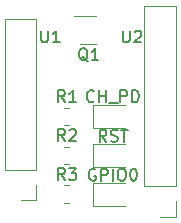
<source format=gto>
G04 #@! TF.GenerationSoftware,KiCad,Pcbnew,(5.1.9)-1*
G04 #@! TF.CreationDate,2021-07-08T12:10:21+02:00*
G04 #@! TF.ProjectId,ttl_to_usb_adapter,74746c5f-746f-45f7-9573-625f61646170,v0.0*
G04 #@! TF.SameCoordinates,Original*
G04 #@! TF.FileFunction,Legend,Top*
G04 #@! TF.FilePolarity,Positive*
%FSLAX46Y46*%
G04 Gerber Fmt 4.6, Leading zero omitted, Abs format (unit mm)*
G04 Created by KiCad (PCBNEW (5.1.9)-1) date 2021-07-08 12:10:21*
%MOMM*%
%LPD*%
G01*
G04 APERTURE LIST*
%ADD10C,0.120000*%
%ADD11C,0.150000*%
G04 APERTURE END LIST*
D10*
X169530000Y-104530000D02*
X168200000Y-104530000D01*
X169530000Y-103200000D02*
X169530000Y-104530000D01*
X169530000Y-101930000D02*
X166870000Y-101930000D01*
X166870000Y-101930000D02*
X166870000Y-86630000D01*
X169530000Y-101930000D02*
X169530000Y-86630000D01*
X169530000Y-86630000D02*
X166870000Y-86630000D01*
X160072936Y-103335000D02*
X160527064Y-103335000D01*
X160072936Y-101865000D02*
X160527064Y-101865000D01*
X160072936Y-100035000D02*
X160527064Y-100035000D01*
X160072936Y-98565000D02*
X160527064Y-98565000D01*
X160072936Y-96735000D02*
X160527064Y-96735000D01*
X160072936Y-95265000D02*
X160527064Y-95265000D01*
X162515000Y-103560000D02*
X165200000Y-103560000D01*
X162515000Y-101640000D02*
X162515000Y-103560000D01*
X165200000Y-101640000D02*
X162515000Y-101640000D01*
X162515000Y-100260000D02*
X165200000Y-100260000D01*
X162515000Y-98340000D02*
X162515000Y-100260000D01*
X165200000Y-98340000D02*
X162515000Y-98340000D01*
X162515000Y-96960000D02*
X165200000Y-96960000D01*
X162515000Y-95040000D02*
X162515000Y-96960000D01*
X165200000Y-95040000D02*
X162515000Y-95040000D01*
X157730000Y-103130000D02*
X156400000Y-103130000D01*
X157730000Y-101800000D02*
X157730000Y-103130000D01*
X157730000Y-100530000D02*
X155070000Y-100530000D01*
X155070000Y-100530000D02*
X155070000Y-87770000D01*
X157730000Y-100530000D02*
X157730000Y-87770000D01*
X157730000Y-87770000D02*
X155070000Y-87770000D01*
X162800000Y-87540000D02*
X160900000Y-87540000D01*
X161400000Y-89860000D02*
X162800000Y-89860000D01*
D11*
X165038095Y-88752380D02*
X165038095Y-89561904D01*
X165085714Y-89657142D01*
X165133333Y-89704761D01*
X165228571Y-89752380D01*
X165419047Y-89752380D01*
X165514285Y-89704761D01*
X165561904Y-89657142D01*
X165609523Y-89561904D01*
X165609523Y-88752380D01*
X166038095Y-88847619D02*
X166085714Y-88800000D01*
X166180952Y-88752380D01*
X166419047Y-88752380D01*
X166514285Y-88800000D01*
X166561904Y-88847619D01*
X166609523Y-88942857D01*
X166609523Y-89038095D01*
X166561904Y-89180952D01*
X165990476Y-89752380D01*
X166609523Y-89752380D01*
X160133333Y-101402380D02*
X159800000Y-100926190D01*
X159561904Y-101402380D02*
X159561904Y-100402380D01*
X159942857Y-100402380D01*
X160038095Y-100450000D01*
X160085714Y-100497619D01*
X160133333Y-100592857D01*
X160133333Y-100735714D01*
X160085714Y-100830952D01*
X160038095Y-100878571D01*
X159942857Y-100926190D01*
X159561904Y-100926190D01*
X160466666Y-100402380D02*
X161085714Y-100402380D01*
X160752380Y-100783333D01*
X160895238Y-100783333D01*
X160990476Y-100830952D01*
X161038095Y-100878571D01*
X161085714Y-100973809D01*
X161085714Y-101211904D01*
X161038095Y-101307142D01*
X160990476Y-101354761D01*
X160895238Y-101402380D01*
X160609523Y-101402380D01*
X160514285Y-101354761D01*
X160466666Y-101307142D01*
X160133333Y-98102380D02*
X159800000Y-97626190D01*
X159561904Y-98102380D02*
X159561904Y-97102380D01*
X159942857Y-97102380D01*
X160038095Y-97150000D01*
X160085714Y-97197619D01*
X160133333Y-97292857D01*
X160133333Y-97435714D01*
X160085714Y-97530952D01*
X160038095Y-97578571D01*
X159942857Y-97626190D01*
X159561904Y-97626190D01*
X160514285Y-97197619D02*
X160561904Y-97150000D01*
X160657142Y-97102380D01*
X160895238Y-97102380D01*
X160990476Y-97150000D01*
X161038095Y-97197619D01*
X161085714Y-97292857D01*
X161085714Y-97388095D01*
X161038095Y-97530952D01*
X160466666Y-98102380D01*
X161085714Y-98102380D01*
X160133333Y-94802380D02*
X159800000Y-94326190D01*
X159561904Y-94802380D02*
X159561904Y-93802380D01*
X159942857Y-93802380D01*
X160038095Y-93850000D01*
X160085714Y-93897619D01*
X160133333Y-93992857D01*
X160133333Y-94135714D01*
X160085714Y-94230952D01*
X160038095Y-94278571D01*
X159942857Y-94326190D01*
X159561904Y-94326190D01*
X161085714Y-94802380D02*
X160514285Y-94802380D01*
X160800000Y-94802380D02*
X160800000Y-93802380D01*
X160704761Y-93945238D01*
X160609523Y-94040476D01*
X160514285Y-94088095D01*
X162723809Y-100500000D02*
X162628571Y-100452380D01*
X162485714Y-100452380D01*
X162342857Y-100500000D01*
X162247619Y-100595238D01*
X162200000Y-100690476D01*
X162152380Y-100880952D01*
X162152380Y-101023809D01*
X162200000Y-101214285D01*
X162247619Y-101309523D01*
X162342857Y-101404761D01*
X162485714Y-101452380D01*
X162580952Y-101452380D01*
X162723809Y-101404761D01*
X162771428Y-101357142D01*
X162771428Y-101023809D01*
X162580952Y-101023809D01*
X163200000Y-101452380D02*
X163200000Y-100452380D01*
X163580952Y-100452380D01*
X163676190Y-100500000D01*
X163723809Y-100547619D01*
X163771428Y-100642857D01*
X163771428Y-100785714D01*
X163723809Y-100880952D01*
X163676190Y-100928571D01*
X163580952Y-100976190D01*
X163200000Y-100976190D01*
X164200000Y-101452380D02*
X164200000Y-100452380D01*
X164866666Y-100452380D02*
X165057142Y-100452380D01*
X165152380Y-100500000D01*
X165247619Y-100595238D01*
X165295238Y-100785714D01*
X165295238Y-101119047D01*
X165247619Y-101309523D01*
X165152380Y-101404761D01*
X165057142Y-101452380D01*
X164866666Y-101452380D01*
X164771428Y-101404761D01*
X164676190Y-101309523D01*
X164628571Y-101119047D01*
X164628571Y-100785714D01*
X164676190Y-100595238D01*
X164771428Y-100500000D01*
X164866666Y-100452380D01*
X165914285Y-100452380D02*
X166009523Y-100452380D01*
X166104761Y-100500000D01*
X166152380Y-100547619D01*
X166200000Y-100642857D01*
X166247619Y-100833333D01*
X166247619Y-101071428D01*
X166200000Y-101261904D01*
X166152380Y-101357142D01*
X166104761Y-101404761D01*
X166009523Y-101452380D01*
X165914285Y-101452380D01*
X165819047Y-101404761D01*
X165771428Y-101357142D01*
X165723809Y-101261904D01*
X165676190Y-101071428D01*
X165676190Y-100833333D01*
X165723809Y-100642857D01*
X165771428Y-100547619D01*
X165819047Y-100500000D01*
X165914285Y-100452380D01*
X163652380Y-98152380D02*
X163319047Y-97676190D01*
X163080952Y-98152380D02*
X163080952Y-97152380D01*
X163461904Y-97152380D01*
X163557142Y-97200000D01*
X163604761Y-97247619D01*
X163652380Y-97342857D01*
X163652380Y-97485714D01*
X163604761Y-97580952D01*
X163557142Y-97628571D01*
X163461904Y-97676190D01*
X163080952Y-97676190D01*
X164033333Y-98104761D02*
X164176190Y-98152380D01*
X164414285Y-98152380D01*
X164509523Y-98104761D01*
X164557142Y-98057142D01*
X164604761Y-97961904D01*
X164604761Y-97866666D01*
X164557142Y-97771428D01*
X164509523Y-97723809D01*
X164414285Y-97676190D01*
X164223809Y-97628571D01*
X164128571Y-97580952D01*
X164080952Y-97533333D01*
X164033333Y-97438095D01*
X164033333Y-97342857D01*
X164080952Y-97247619D01*
X164128571Y-97200000D01*
X164223809Y-97152380D01*
X164461904Y-97152380D01*
X164604761Y-97200000D01*
X164890476Y-97152380D02*
X165461904Y-97152380D01*
X165176190Y-98152380D02*
X165176190Y-97152380D01*
X162604761Y-94707142D02*
X162557142Y-94754761D01*
X162414285Y-94802380D01*
X162319047Y-94802380D01*
X162176190Y-94754761D01*
X162080952Y-94659523D01*
X162033333Y-94564285D01*
X161985714Y-94373809D01*
X161985714Y-94230952D01*
X162033333Y-94040476D01*
X162080952Y-93945238D01*
X162176190Y-93850000D01*
X162319047Y-93802380D01*
X162414285Y-93802380D01*
X162557142Y-93850000D01*
X162604761Y-93897619D01*
X163033333Y-94802380D02*
X163033333Y-93802380D01*
X163033333Y-94278571D02*
X163604761Y-94278571D01*
X163604761Y-94802380D02*
X163604761Y-93802380D01*
X163842857Y-94897619D02*
X164604761Y-94897619D01*
X164842857Y-94802380D02*
X164842857Y-93802380D01*
X165223809Y-93802380D01*
X165319047Y-93850000D01*
X165366666Y-93897619D01*
X165414285Y-93992857D01*
X165414285Y-94135714D01*
X165366666Y-94230952D01*
X165319047Y-94278571D01*
X165223809Y-94326190D01*
X164842857Y-94326190D01*
X165842857Y-94802380D02*
X165842857Y-93802380D01*
X166080952Y-93802380D01*
X166223809Y-93850000D01*
X166319047Y-93945238D01*
X166366666Y-94040476D01*
X166414285Y-94230952D01*
X166414285Y-94373809D01*
X166366666Y-94564285D01*
X166319047Y-94659523D01*
X166223809Y-94754761D01*
X166080952Y-94802380D01*
X165842857Y-94802380D01*
X158138095Y-88752380D02*
X158138095Y-89561904D01*
X158185714Y-89657142D01*
X158233333Y-89704761D01*
X158328571Y-89752380D01*
X158519047Y-89752380D01*
X158614285Y-89704761D01*
X158661904Y-89657142D01*
X158709523Y-89561904D01*
X158709523Y-88752380D01*
X159709523Y-89752380D02*
X159138095Y-89752380D01*
X159423809Y-89752380D02*
X159423809Y-88752380D01*
X159328571Y-88895238D01*
X159233333Y-88990476D01*
X159138095Y-89038095D01*
X162071061Y-91339919D02*
X161975823Y-91292300D01*
X161880585Y-91197061D01*
X161737728Y-91054204D01*
X161642490Y-91006585D01*
X161547252Y-91006585D01*
X161594871Y-91244680D02*
X161499633Y-91197061D01*
X161404395Y-91101823D01*
X161356776Y-90911347D01*
X161356776Y-90578014D01*
X161404395Y-90387538D01*
X161499633Y-90292300D01*
X161594871Y-90244680D01*
X161785347Y-90244680D01*
X161880585Y-90292300D01*
X161975823Y-90387538D01*
X162023442Y-90578014D01*
X162023442Y-90911347D01*
X161975823Y-91101823D01*
X161880585Y-91197061D01*
X161785347Y-91244680D01*
X161594871Y-91244680D01*
X162975823Y-91244680D02*
X162404395Y-91244680D01*
X162690109Y-91244680D02*
X162690109Y-90244680D01*
X162594871Y-90387538D01*
X162499633Y-90482776D01*
X162404395Y-90530395D01*
M02*

</source>
